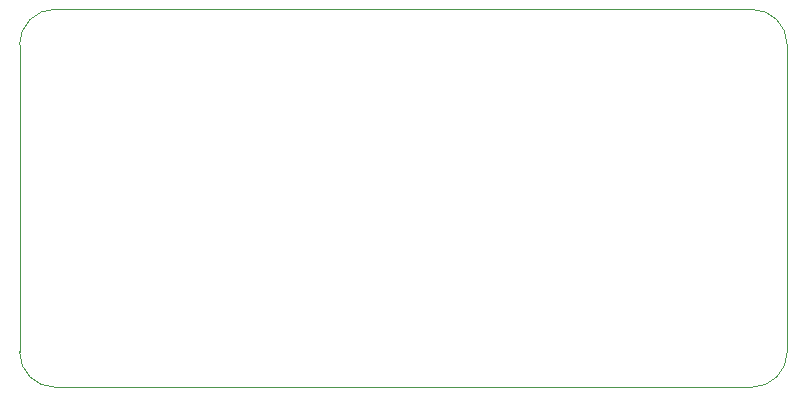
<source format=gbr>
G04 #@! TF.GenerationSoftware,KiCad,Pcbnew,5.1.2-f72e74a~84~ubuntu18.04.1*
G04 #@! TF.CreationDate,2019-07-13T08:00:24-04:00*
G04 #@! TF.ProjectId,iss-lna,6973732d-6c6e-4612-9e6b-696361645f70,rev?*
G04 #@! TF.SameCoordinates,Original*
G04 #@! TF.FileFunction,Profile,NP*
%FSLAX46Y46*%
G04 Gerber Fmt 4.6, Leading zero omitted, Abs format (unit mm)*
G04 Created by KiCad (PCBNEW 5.1.2-f72e74a~84~ubuntu18.04.1) date 2019-07-13 08:00:24*
%MOMM*%
%LPD*%
G04 APERTURE LIST*
%ADD10C,0.050000*%
G04 APERTURE END LIST*
D10*
X144000000Y-71000000D02*
G75*
G02X141000000Y-74000000I-3000000J0D01*
G01*
X141000000Y-42000000D02*
G75*
G02X144000000Y-45000000I0J-3000000D01*
G01*
X79000000Y-45000000D02*
G75*
G02X82000000Y-42000000I3000000J0D01*
G01*
X82000000Y-74000000D02*
G75*
G02X79000000Y-71000000I0J3000000D01*
G01*
X141000000Y-42000000D02*
X82000000Y-42000000D01*
X144000000Y-71000000D02*
X144000000Y-45000000D01*
X82000000Y-74000000D02*
X141000000Y-74000000D01*
X79000000Y-45000000D02*
X79000000Y-71000000D01*
M02*

</source>
